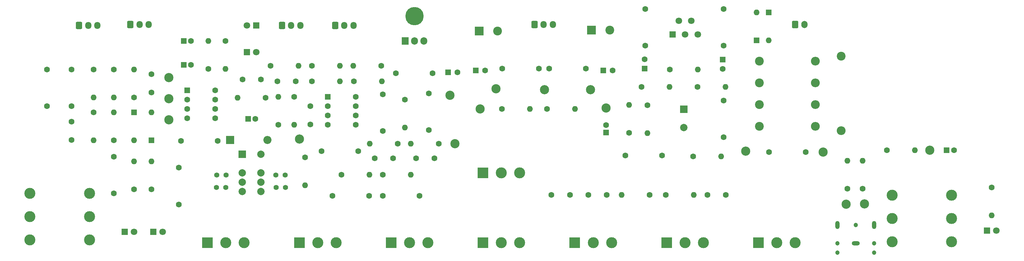
<source format=gbr>
%TF.GenerationSoftware,KiCad,Pcbnew,9.0.1*%
%TF.CreationDate,2025-08-24T18:00:14+02:00*%
%TF.ProjectId,my_mg10,6d795f6d-6731-4302-9e6b-696361645f70,rev?*%
%TF.SameCoordinates,Original*%
%TF.FileFunction,Soldermask,Bot*%
%TF.FilePolarity,Negative*%
%FSLAX46Y46*%
G04 Gerber Fmt 4.6, Leading zero omitted, Abs format (unit mm)*
G04 Created by KiCad (PCBNEW 9.0.1) date 2025-08-24 18:00:14*
%MOMM*%
%LPD*%
G01*
G04 APERTURE LIST*
G04 Aperture macros list*
%AMRoundRect*
0 Rectangle with rounded corners*
0 $1 Rounding radius*
0 $2 $3 $4 $5 $6 $7 $8 $9 X,Y pos of 4 corners*
0 Add a 4 corners polygon primitive as box body*
4,1,4,$2,$3,$4,$5,$6,$7,$8,$9,$2,$3,0*
0 Add four circle primitives for the rounded corners*
1,1,$1+$1,$2,$3*
1,1,$1+$1,$4,$5*
1,1,$1+$1,$6,$7*
1,1,$1+$1,$8,$9*
0 Add four rect primitives between the rounded corners*
20,1,$1+$1,$2,$3,$4,$5,0*
20,1,$1+$1,$4,$5,$6,$7,0*
20,1,$1+$1,$6,$7,$8,$9,0*
20,1,$1+$1,$8,$9,$2,$3,0*%
G04 Aperture macros list end*
%ADD10C,1.600000*%
%ADD11C,2.500000*%
%ADD12R,1.800000X1.800000*%
%ADD13C,1.800000*%
%ADD14O,1.600000X1.600000*%
%ADD15C,3.000000*%
%ADD16R,1.600000X1.600000*%
%ADD17C,2.400000*%
%ADD18O,2.400000X2.400000*%
%ADD19R,3.000000X3.000000*%
%ADD20R,2.400000X2.400000*%
%ADD21R,2.200000X2.200000*%
%ADD22O,2.200000X2.200000*%
%ADD23RoundRect,0.250000X-0.600000X-0.725000X0.600000X-0.725000X0.600000X0.725000X-0.600000X0.725000X0*%
%ADD24O,1.700000X1.950000*%
%ADD25R,2.000000X2.000000*%
%ADD26C,2.000000*%
%ADD27C,0.800000*%
%ADD28C,5.000000*%
%ADD29RoundRect,0.250000X-0.550000X-0.550000X0.550000X-0.550000X0.550000X0.550000X-0.550000X0.550000X0*%
%ADD30C,1.200000*%
%ADD31O,1.200000X2.200000*%
%ADD32O,2.200000X1.200000*%
%ADD33RoundRect,0.250000X-0.600000X-0.750000X0.600000X-0.750000X0.600000X0.750000X-0.600000X0.750000X0*%
%ADD34O,1.700000X2.000000*%
%ADD35C,1.400000*%
%ADD36R,1.905000X2.000000*%
%ADD37O,1.905000X2.000000*%
G04 APERTURE END LIST*
D10*
%TO.C,C37*%
X114000000Y-93750000D03*
X114000000Y-83750000D03*
%TD*%
D11*
%TO.C,TP19*%
X133630000Y-97250000D03*
%TD*%
%TO.C,TP20*%
X132250000Y-84000000D03*
%TD*%
D10*
%TO.C,C17*%
X80765000Y-79750000D03*
X75765000Y-79750000D03*
%TD*%
D12*
%TO.C,D6*%
X76990000Y-72250000D03*
D13*
X79530000Y-72250000D03*
%TD*%
D10*
%TO.C,R36*%
X251250000Y-99000000D03*
D14*
X258870000Y-99000000D03*
%TD*%
D11*
%TO.C,TP2*%
X158000000Y-82500000D03*
%TD*%
%TO.C,TP16*%
X233880000Y-99500000D03*
%TD*%
D10*
%TO.C,R41*%
X51000000Y-109680000D03*
D14*
X51000000Y-102060000D03*
%TD*%
D10*
%TO.C,R25*%
X199690000Y-81750000D03*
D14*
X207310000Y-81750000D03*
%TD*%
D10*
%TO.C,R40*%
X118000000Y-97250000D03*
D14*
X110380000Y-97250000D03*
%TD*%
D10*
%TO.C,C23*%
X185434784Y-60500000D03*
X185434784Y-70500000D03*
%TD*%
D15*
%TO.C,J1*%
X34115000Y-117125000D03*
X17885000Y-117125000D03*
X34115000Y-123475000D03*
X17885000Y-123475000D03*
X34115000Y-110775000D03*
X17885000Y-110775000D03*
%TD*%
D10*
%TO.C,C6*%
X29250000Y-91190000D03*
X29250000Y-96190000D03*
%TD*%
D16*
%TO.C,C27*%
X185250000Y-76750000D03*
D10*
X185250000Y-74250000D03*
%TD*%
%TO.C,R24*%
X186650000Y-111200000D03*
D14*
X179030000Y-111200000D03*
%TD*%
D17*
%TO.C,R32*%
X216510000Y-86583333D03*
D18*
X231750000Y-86583333D03*
%TD*%
D11*
%TO.C,TP3*%
X144750000Y-82250000D03*
%TD*%
D10*
%TO.C,C14*%
X97250000Y-99250000D03*
X107250000Y-99250000D03*
%TD*%
%TO.C,C35*%
X90250000Y-80250000D03*
X85250000Y-80250000D03*
%TD*%
D16*
%TO.C,C26*%
X206500000Y-74317621D03*
D10*
X206500000Y-76817621D03*
%TD*%
D12*
%TO.C,D3*%
X51475000Y-121250000D03*
D13*
X54015000Y-121250000D03*
%TD*%
D12*
%TO.C,D7*%
X79540000Y-65000000D03*
D13*
X77000000Y-65000000D03*
%TD*%
D19*
%TO.C,RV6*%
X166250000Y-124250000D03*
D15*
X171250000Y-124250000D03*
X176250000Y-124250000D03*
%TD*%
D10*
%TO.C,R39*%
X129190000Y-97250000D03*
D14*
X121570000Y-97250000D03*
%TD*%
D16*
%TO.C,C16*%
X131750000Y-77750000D03*
D10*
X134250000Y-77750000D03*
%TD*%
D19*
%TO.C,RV1*%
X66250000Y-124250000D03*
D15*
X71250000Y-124250000D03*
X76250000Y-124250000D03*
%TD*%
D10*
%TO.C,C32*%
X111750000Y-101250000D03*
X116750000Y-101250000D03*
%TD*%
D11*
%TO.C,TP1*%
X170500000Y-82500000D03*
%TD*%
D20*
%TO.C,C10*%
X140184784Y-66500000D03*
D17*
X145184784Y-66500000D03*
%TD*%
D16*
%TO.C,C13*%
X59750000Y-75750000D03*
D10*
X61750000Y-75750000D03*
%TD*%
%TO.C,R8*%
X66500000Y-76810000D03*
D14*
X66500000Y-69190000D03*
%TD*%
D10*
%TO.C,R26*%
X102690000Y-105750000D03*
D14*
X110310000Y-105750000D03*
%TD*%
D17*
%TO.C,R35*%
X216510000Y-92500000D03*
D18*
X231750000Y-92500000D03*
%TD*%
D10*
%TO.C,R10*%
X83440000Y-76000000D03*
D14*
X91060000Y-76000000D03*
%TD*%
D16*
%TO.C,C12*%
X59750000Y-69250000D03*
D10*
X61750000Y-69250000D03*
%TD*%
D21*
%TO.C,D1*%
X72440000Y-96200000D03*
D22*
X82600000Y-96200000D03*
%TD*%
D10*
%TO.C,R4*%
X40750000Y-77000000D03*
D14*
X40750000Y-84620000D03*
%TD*%
D23*
%TO.C,SW2*%
X45250000Y-64750000D03*
D24*
X47750000Y-64750000D03*
X50250000Y-64750000D03*
%TD*%
D11*
%TO.C,TP15*%
X91250000Y-96000000D03*
%TD*%
D10*
%TO.C,R12*%
X240500000Y-109560000D03*
D14*
X240500000Y-101940000D03*
%TD*%
D25*
%TO.C,K1*%
X75720000Y-100120000D03*
D26*
X75720000Y-105200000D03*
X75720000Y-107740000D03*
X75720000Y-110280000D03*
X80800000Y-110280000D03*
X80800000Y-107740000D03*
X80800000Y-105200000D03*
X80800000Y-100120000D03*
%TD*%
D10*
%TO.C,C18*%
X58400000Y-103800000D03*
X58400000Y-113800000D03*
%TD*%
D17*
%TO.C,R29*%
X216510000Y-74750000D03*
D18*
X231750000Y-74750000D03*
%TD*%
D10*
%TO.C,R27*%
X113940000Y-105750000D03*
D14*
X121560000Y-105750000D03*
%TD*%
D10*
%TO.C,R23*%
X191030000Y-111200000D03*
D14*
X198650000Y-111200000D03*
%TD*%
D10*
%TO.C,C2*%
X169250000Y-76750000D03*
X159250000Y-76750000D03*
%TD*%
%TO.C,C31*%
X100250000Y-111500000D03*
X110250000Y-111500000D03*
%TD*%
D16*
%TO.C,D10*%
X215750000Y-69060000D03*
D14*
X215750000Y-61440000D03*
%TD*%
D10*
%TO.C,R13*%
X82075000Y-84750000D03*
D14*
X74455000Y-84750000D03*
%TD*%
D10*
%TO.C,R1*%
X40750000Y-96310000D03*
D14*
X40750000Y-88690000D03*
%TD*%
D27*
%TO.C,H1*%
X120700825Y-62424175D03*
X121250000Y-61098350D03*
X121250000Y-63750000D03*
X122575825Y-60549175D03*
D28*
X122575825Y-62424175D03*
D27*
X122575825Y-64299175D03*
X123901650Y-61098350D03*
X123901650Y-63750000D03*
X124450825Y-62424175D03*
%TD*%
D11*
%TO.C,TP14*%
X212750000Y-99250000D03*
%TD*%
D10*
%TO.C,R7*%
X94690000Y-76000000D03*
D14*
X102310000Y-76000000D03*
%TD*%
D10*
%TO.C,R33*%
X89810000Y-84440000D03*
D14*
X89810000Y-92060000D03*
%TD*%
D15*
%TO.C,J6*%
X268865000Y-117650000D03*
X252635000Y-117650000D03*
X268865000Y-124000000D03*
X252635000Y-124000000D03*
X268865000Y-111300000D03*
X252635000Y-111300000D03*
%TD*%
D11*
%TO.C,TP10*%
X140500000Y-87750000D03*
%TD*%
D10*
%TO.C,C5*%
X22500000Y-87000000D03*
X22500000Y-77000000D03*
%TD*%
D11*
%TO.C,TP5*%
X55750000Y-85000000D03*
%TD*%
D29*
%TO.C,U2*%
X99000000Y-84440000D03*
D10*
X99000000Y-86980000D03*
X99000000Y-89520000D03*
X99000000Y-92060000D03*
X106620000Y-92060000D03*
X106620000Y-89520000D03*
X106620000Y-86980000D03*
X106620000Y-84440000D03*
%TD*%
D11*
%TO.C,TP8*%
X245150000Y-113700000D03*
%TD*%
%TO.C,TP6*%
X55750000Y-79250000D03*
%TD*%
D16*
%TO.C,D5*%
X46250000Y-88690000D03*
D14*
X46250000Y-96310000D03*
%TD*%
D16*
%TO.C,C21*%
X174750000Y-94205112D03*
D10*
X174750000Y-92205112D03*
%TD*%
%TO.C,R34*%
X120000000Y-85190000D03*
D14*
X120000000Y-92810000D03*
%TD*%
D16*
%TO.C,C7*%
X174000000Y-77250000D03*
D10*
X176500000Y-77250000D03*
%TD*%
%TO.C,C34*%
X124000000Y-111500000D03*
X114000000Y-111500000D03*
%TD*%
D23*
%TO.C,J4*%
X101000000Y-65000000D03*
D24*
X103500000Y-65000000D03*
X106000000Y-65000000D03*
%TD*%
D11*
%TO.C,TP4*%
X55750000Y-90750000D03*
%TD*%
D10*
%TO.C,C39*%
X126500000Y-93500000D03*
X126500000Y-83500000D03*
%TD*%
%TO.C,C41*%
X117500000Y-78000000D03*
X127500000Y-78000000D03*
%TD*%
%TO.C,R21*%
X186000000Y-86750000D03*
D14*
X186000000Y-94370000D03*
%TD*%
D10*
%TO.C,R16*%
X92800000Y-100990000D03*
D14*
X92800000Y-108610000D03*
%TD*%
D25*
%TO.C,C24*%
X195940000Y-87882323D03*
D26*
X195940000Y-92882323D03*
%TD*%
D10*
%TO.C,C33*%
X123000000Y-101250000D03*
X128000000Y-101250000D03*
%TD*%
%TO.C,R38*%
X94630000Y-80250000D03*
D14*
X102250000Y-80250000D03*
%TD*%
D16*
%TO.C,D9*%
X219000000Y-61440000D03*
D14*
X219000000Y-69060000D03*
%TD*%
D30*
%TO.C,J3*%
X237750000Y-124450000D03*
X237750000Y-126950000D03*
X242750000Y-119450000D03*
X247750000Y-124450000D03*
X247750000Y-126950000D03*
D31*
X237750000Y-119450000D03*
D32*
X242750000Y-124450000D03*
D31*
X247750000Y-119450000D03*
%TD*%
D17*
%TO.C,R31*%
X216510000Y-80666667D03*
D18*
X231750000Y-80666667D03*
%TD*%
D19*
%TO.C,RV3*%
X91250000Y-124250000D03*
D15*
X96250000Y-124250000D03*
X101250000Y-124250000D03*
%TD*%
D10*
%TO.C,C29*%
X202340000Y-111200000D03*
X207340000Y-111200000D03*
%TD*%
%TO.C,R6*%
X71104888Y-69190000D03*
D14*
X71104888Y-76810000D03*
%TD*%
D10*
%TO.C,R19*%
X158690000Y-87750000D03*
D14*
X166310000Y-87750000D03*
%TD*%
D12*
%TO.C,D8*%
X278475000Y-120975000D03*
D13*
X281015000Y-120975000D03*
%TD*%
D10*
%TO.C,R17*%
X198440000Y-100750000D03*
D14*
X206060000Y-100750000D03*
%TD*%
D16*
%TO.C,C19*%
X77294888Y-90500000D03*
D10*
X79294888Y-90500000D03*
%TD*%
D33*
%TO.C,LS1*%
X226250000Y-64750000D03*
D34*
X228750000Y-64750000D03*
%TD*%
D10*
%TO.C,C4*%
X29250000Y-87000000D03*
X29250000Y-77000000D03*
%TD*%
%TO.C,C25*%
X169900000Y-111200000D03*
X174900000Y-111200000D03*
%TD*%
D35*
%TO.C,JP6*%
X87400000Y-105800000D03*
X84860000Y-105800000D03*
%TD*%
%TO.C,JP5*%
X84900000Y-109200000D03*
X87440000Y-109200000D03*
%TD*%
%TO.C,JP7*%
X71250000Y-109200000D03*
X68710000Y-109200000D03*
%TD*%
D16*
%TO.C,D4*%
X51000000Y-96310000D03*
D14*
X51000000Y-88690000D03*
%TD*%
D29*
%TO.C,U1*%
X60690000Y-82690000D03*
D10*
X60690000Y-85230000D03*
X60690000Y-87770000D03*
X60690000Y-90310000D03*
X68310000Y-90310000D03*
X68310000Y-87770000D03*
X68310000Y-85230000D03*
X68310000Y-82690000D03*
%TD*%
%TO.C,R9*%
X113560000Y-76000000D03*
D14*
X105940000Y-76000000D03*
%TD*%
D16*
%TO.C,C8*%
X139317620Y-77250000D03*
D10*
X141817620Y-77250000D03*
%TD*%
%TO.C,R42*%
X46250000Y-109680000D03*
D14*
X46250000Y-102060000D03*
%TD*%
D10*
%TO.C,C22*%
X206750000Y-70500000D03*
X206750000Y-60500000D03*
%TD*%
D11*
%TO.C,TP17*%
X262900000Y-99000000D03*
%TD*%
D10*
%TO.C,C11*%
X51000000Y-83310000D03*
X51000000Y-78310000D03*
%TD*%
D19*
%TO.C,RV2*%
X116250000Y-124250000D03*
D15*
X121250000Y-124250000D03*
X126250000Y-124250000D03*
%TD*%
D20*
%TO.C,C9*%
X170750000Y-66250000D03*
D17*
X175750000Y-66250000D03*
%TD*%
D16*
%TO.C,C40*%
X267500000Y-99000000D03*
D10*
X269500000Y-99000000D03*
%TD*%
D12*
%TO.C,U4*%
X192900000Y-67400000D03*
D13*
X194600000Y-63700000D03*
X196300000Y-67400000D03*
X198000000Y-63700000D03*
X199700000Y-67400000D03*
%TD*%
D10*
%TO.C,C28*%
X206750000Y-95500000D03*
X206750000Y-85500000D03*
%TD*%
%TO.C,R11*%
X244650000Y-109560000D03*
D14*
X244650000Y-101940000D03*
%TD*%
D35*
%TO.C,JP8*%
X68750000Y-105800000D03*
X71290000Y-105800000D03*
%TD*%
D23*
%TO.C,J2*%
X155250000Y-64750000D03*
D24*
X157750000Y-64750000D03*
X160250000Y-64750000D03*
%TD*%
D10*
%TO.C,C36*%
X219130000Y-99500000D03*
X229130000Y-99500000D03*
%TD*%
D36*
%TO.C,U3*%
X120035825Y-69244175D03*
D37*
X122575825Y-69244175D03*
X125115825Y-69244175D03*
%TD*%
D19*
%TO.C,RV4*%
X191250000Y-124250000D03*
D15*
X196250000Y-124250000D03*
X201250000Y-124250000D03*
%TD*%
D10*
%TO.C,C38*%
X94250000Y-92000000D03*
X94250000Y-87000000D03*
%TD*%
%TO.C,C15*%
X59000000Y-96500000D03*
X69000000Y-96500000D03*
%TD*%
%TO.C,R3*%
X35250000Y-77000000D03*
D14*
X35250000Y-84620000D03*
%TD*%
D19*
%TO.C,RV8*%
X216250000Y-124250000D03*
D15*
X221250000Y-124250000D03*
X226250000Y-124250000D03*
%TD*%
D10*
%TO.C,R2*%
X35250000Y-88690000D03*
D14*
X35250000Y-96310000D03*
%TD*%
D10*
%TO.C,R15*%
X279750000Y-109190000D03*
D14*
X279750000Y-116810000D03*
%TD*%
D10*
%TO.C,R18*%
X181000000Y-94310000D03*
D14*
X181000000Y-86690000D03*
%TD*%
D19*
%TO.C,RV5*%
X141250000Y-124250000D03*
D15*
X146250000Y-124250000D03*
X151250000Y-124250000D03*
%TD*%
D11*
%TO.C,TP9*%
X240150000Y-113750000D03*
%TD*%
D23*
%TO.C,SW1*%
X31250000Y-65000000D03*
D24*
X33750000Y-65000000D03*
X36250000Y-65000000D03*
%TD*%
D10*
%TO.C,R20*%
X184440000Y-81750000D03*
D14*
X192060000Y-81750000D03*
%TD*%
D11*
%TO.C,TP12*%
X174750000Y-87500000D03*
%TD*%
D12*
%TO.C,D2*%
X43725000Y-121250000D03*
D13*
X46265000Y-121250000D03*
%TD*%
D17*
%TO.C,R37*%
X238750000Y-73340000D03*
D18*
X238750000Y-93660000D03*
%TD*%
D10*
%TO.C,C3*%
X156500000Y-76750000D03*
X146500000Y-76750000D03*
%TD*%
%TO.C,C1*%
X40750000Y-110810000D03*
X40750000Y-100810000D03*
%TD*%
%TO.C,C30*%
X164900000Y-111200000D03*
X159900000Y-111200000D03*
%TD*%
D19*
%TO.C,RV7*%
X141200000Y-105200000D03*
D15*
X146200000Y-105200000D03*
X151200000Y-105200000D03*
%TD*%
D10*
%TO.C,C20*%
X180000000Y-100500000D03*
X190000000Y-100500000D03*
%TD*%
%TO.C,R5*%
X46250000Y-84620000D03*
D14*
X46250000Y-77000000D03*
%TD*%
D10*
%TO.C,R30*%
X106070000Y-80250000D03*
D14*
X113690000Y-80250000D03*
%TD*%
D10*
%TO.C,R28*%
X85500000Y-92060000D03*
D14*
X85500000Y-84440000D03*
%TD*%
D10*
%TO.C,R22*%
X192130000Y-77000000D03*
D14*
X199750000Y-77000000D03*
%TD*%
D23*
%TO.C,J5*%
X86500000Y-65000000D03*
D24*
X89000000Y-65000000D03*
X91500000Y-65000000D03*
%TD*%
D10*
%TO.C,R14*%
X146440000Y-87750000D03*
D14*
X154060000Y-87750000D03*
%TD*%
M02*

</source>
